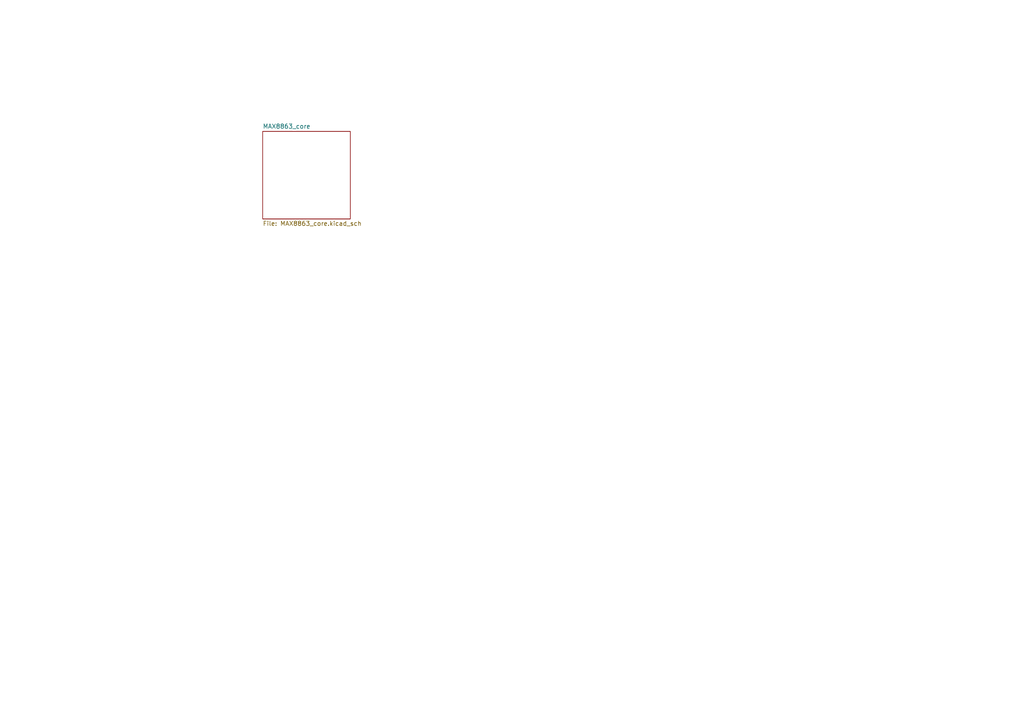
<source format=kicad_sch>
(kicad_sch (version 20211123) (generator eeschema)
  (paper "A4")
  (lib_symbols)
  (sheet (at 76.2 38.1) (size 25.4 25.4) (stroke (width 0.1524))
    (property "Sheet name" "MAX8863_core" (at 76.2 37.3884 0) (effects (justify left bottom)))
    (property "Sheet file" "MAX8863_core.kicad_sch" (at 76.2 64.0846 0) (effects (justify left top)))
  )
)
</source>
